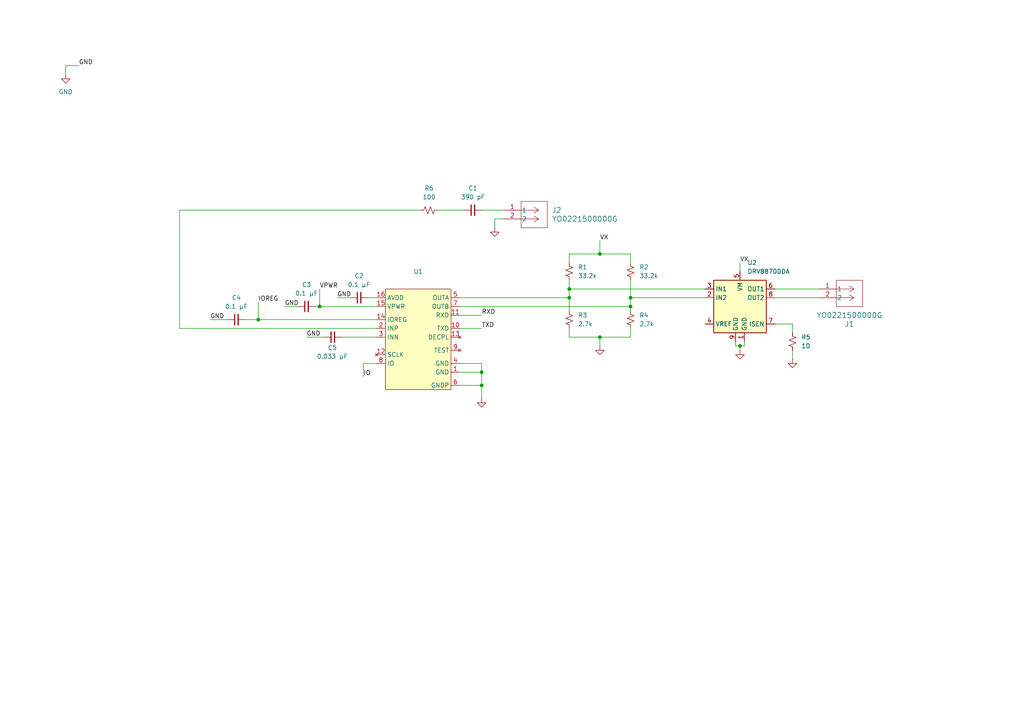
<source format=kicad_sch>
(kicad_sch (version 20250114) (generator "eeschema") (generator_version "9.0")
  (paper "A4")
  (lib_symbols
    (symbol "2026-01-23_14-54-26:YO0221500000G" (pin_names (offset 0.254))
      (property "Reference" "J" (at 8.89 6.35 0))
      (property "Value" "YO0221500000G" (at 0 0 0))
      (symbol "YO0221500000G_1_1"
        (polyline (pts (xy 5.08 2.54) (xy 5.08 -5.08)) (stroke (width 0.127)))
        (polyline (pts (xy 5.08 -5.08) (xy 12.7 -5.08)) (stroke (width 0.127)))
        (polyline (pts (xy 10.16 0) (xy 5.08 0)) (stroke (width 0.127)))
        (polyline (pts (xy 10.16 0) (xy 8.89 0.8467)) (stroke (width 0.127)))
        (polyline (pts (xy 10.16 0) (xy 8.89 -0.8467)) (stroke (width 0.127)))
        (polyline (pts (xy 10.16 -2.54) (xy 5.08 -2.54)) (stroke (width 0.127)))
        (polyline (pts (xy 10.16 -2.54) (xy 8.89 -1.6933)) (stroke (width 0.127)))
        (polyline (pts (xy 10.16 -2.54) (xy 8.89 -3.3867)) (stroke (width 0.127)))
        (polyline (pts (xy 12.7 2.54) (xy 5.08 2.54)) (stroke (width 0.127)))
        (polyline (pts (xy 12.7 -5.08) (xy 12.7 2.54)) (stroke (width 0.127)))
        (pin unspecified line (at 0 0 0) (length 5.08) (name "1") (number "1"))
        (pin unspecified line (at 0 -2.54 0) (length 5.08) (name "2") (number "2"))
      )
      (symbol "YO0221500000G_1_2"
        (polyline (pts (xy 5.08 2.54) (xy 5.08 -5.08)) (stroke (width 0.127)))
        (polyline (pts (xy 5.08 -5.08) (xy 12.7 -5.08)) (stroke (width 0.127)))
        (polyline (pts (xy 7.62 0) (xy 5.08 0)) (stroke (width 0.127)))
        (polyline (pts (xy 7.62 0) (xy 8.89 0.8467)) (stroke (width 0.127)))
        (polyline (pts (xy 7.62 0) (xy 8.89 -0.8467)) (stroke (width 0.127)))
        (polyline (pts (xy 7.62 -2.54) (xy 5.08 -2.54)) (stroke (width 0.127)))
        (polyline (pts (xy 7.62 -2.54) (xy 8.89 -1.6933)) (stroke (width 0.127)))
        (polyline (pts (xy 7.62 -2.54) (xy 8.89 -3.3867)) (stroke (width 0.127)))
        (polyline (pts (xy 12.7 2.54) (xy 5.08 2.54)) (stroke (width 0.127)))
        (polyline (pts (xy 12.7 -5.08) (xy 12.7 2.54)) (stroke (width 0.127)))
        (pin unspecified line (at 0 0 0) (length 5.08) (name "1") (number "1"))
        (pin unspecified line (at 0 -2.54 0) (length 5.08) (name "2") (number "2"))
      )
    )
    (symbol "Analog:PGA460"
      (property "Reference" "U1" (at -0.635 15.24 0))
      (symbol "PGA460_1_1"
        (rectangle (start -10.16 10.16) (end 8.89 -19.05) (fill (type color) (color 255 255 194 1)))
        (pin power_in line (at -12.7 7.62 0) (length 2.54) (name "AVDD") (number "16"))
        (pin power_in line (at -12.7 5.08 0) (length 2.54) (name "VPWR") (number "15"))
        (pin power_in line (at -12.7 1.27 0) (length 2.54) (name "IOREG") (number "14"))
        (pin input line (at -12.7 -1.27 0) (length 2.54) (name "INP") (number "2"))
        (pin input line (at -12.7 -3.81 0) (length 2.54) (name "INN") (number "3"))
        (pin no_connect line (at -12.7 -8.89 0) (length 2.54) (name "SCLK") (number "12"))
        (pin bidirectional line (at -12.7 -11.43 0) (length 2.54) (name "IO") (number "8"))
        (pin output line (at 11.43 7.62 180) (length 2.54) (name "OUTA") (number "5"))
        (pin output line (at 11.43 5.08 180) (length 2.54) (name "OUTB") (number "7"))
        (pin output line (at 11.43 2.54 180) (length 2.54) (name "RXD") (number "11"))
        (pin output line (at 11.43 -1.27 180) (length 2.54) (name "TXD") (number "10"))
        (pin no_connect line (at 11.43 -3.81 180) (length 2.54) (name "DECPL") (number "13"))
        (pin no_connect line (at 11.43 -7.62 180) (length 2.54) (name "TEST") (number "9"))
        (pin power_in line (at 11.43 -11.43 180) (length 2.54) (name "GND") (number "4"))
        (pin power_in line (at 11.43 -13.97 180) (length 2.54) (name "GND") (number "1"))
        (pin power_in line (at 11.43 -17.78 180) (length 2.54) (name "GNDP") (number "6"))
      )
    )
    (symbol "Device:C_Small" (pin_numbers (hide yes)) (pin_names (offset 0.254) (hide yes))
      (property "Reference" "C" (at 0.254 1.778 0))
      (property "Value" "C_Small" (at 0.254 -2.032 0))
      (symbol "C_Small_0_1"
        (polyline (pts (xy -1.524 0.508) (xy 1.524 0.508)) (stroke (width 0.3048)))
        (polyline (pts (xy -1.524 -0.508) (xy 1.524 -0.508)) (stroke (width 0.3302)))
      )
      (symbol "C_Small_1_1"
        (pin passive line (at 0 2.54 270) (length 2.032) (name "~") (number "1"))
        (pin passive line (at 0 -2.54 90) (length 2.032) (name "~") (number "2"))
      )
    )
    (symbol "Device:R_Small_US" (pin_numbers (hide yes)) (pin_names (offset 0.254) (hide yes))
      (property "Reference" "R" (at 0.762 0.508 0))
      (property "Value" "R_Small_US" (at 0.762 -1.016 0))
      (symbol "R_Small_US_1_1"
        (polyline (pts (xy 0 1.524) (xy 1.016 1.143) (xy 0 0.762) (xy -1.016 0.381) (xy 0 0)))
        (polyline (pts (xy 0 0) (xy 1.016 -0.381) (xy 0 -0.762) (xy -1.016 -1.143) (xy 0 -1.524)))
        (pin passive line (at 0 2.54 270) (length 1.016) (name "~") (number "1"))
        (pin passive line (at 0 -2.54 90) (length 1.016) (name "~") (number "2"))
      )
    )
    (symbol "Driver_Motor:DRV8870DDA"
      (property "Reference" "U2" (at 2.1433 12.7 0))
      (property "Value" "DRV8870DDA" (at 2.1433 10.16 0))
      (symbol "DRV8870DDA_0_1"
        (rectangle (start -7.62 7.62) (end 7.62 -7.62) (stroke (width 0.254)) (fill (type background)))
      )
      (symbol "DRV8870DDA_1_1"
        (pin input line (at -10.16 5.08 0) (length 2.54) (name "IN1") (number "3"))
        (pin input line (at -10.16 2.54 0) (length 2.54) (name "IN2") (number "2"))
        (pin input line (at -10.16 -5.08 0) (length 2.54) (name "VREF") (number "4"))
        (pin power_in line (at -1.27 -10.16 90) (length 2.54) (name "GND") (number "9"))
        (pin power_in line (at 0 10.16 270) (length 2.54) (name "VM") (number "5"))
        (pin power_in line (at 1.27 -10.16 90) (length 2.54) (name "GND") (number "1"))
        (pin output line (at 10.16 5.08 180) (length 2.54) (name "OUT1") (number "6"))
        (pin output line (at 10.16 2.54 180) (length 2.54) (name "OUT2") (number "8"))
        (pin passive line (at 10.16 -5.08 180) (length 2.54) (name "ISEN") (number "7"))
      )
    )
    (symbol "power:GND" (power) (pin_numbers (hide yes)) (pin_names (offset 0) (hide yes))
      (property "Value" "GND" (at 0 -3.81 0))
      (symbol "GND_0_1"
        (polyline (pts (xy 0 0) (xy 0 -1.27) (xy 1.27 -1.27) (xy 0 -2.54) (xy -1.27 -1.27) (xy 0 -1.27)))
      )
      (symbol "GND_1_1"
        (pin power_in line (at 0 0 270) (length 0) (name "~") (number "1"))
      )
    )
  )
  (junction (at 165.1 83.82))
  (junction (at 139.7 111.76))
  (junction (at 214.63 100.33))
  (junction (at 173.99 97.79))
  (junction (at 165.1 86.36))
  (junction (at 74.93 92.71))
  (junction (at 173.99 73.66))
  (junction (at 182.88 88.9))
  (junction (at 182.88 86.36))
  (junction (at 92.71 88.9))
  (junction (at 139.7 107.95))
  (wire (pts (xy 165.1 97.79) (xy 173.99 97.79)))
  (wire (pts (xy 165.1 95.25) (xy 165.1 97.79)))
  (wire (pts (xy 106.68 86.36) (xy 109.22 86.36)))
  (wire (pts (xy 165.1 76.2) (xy 165.1 73.66)))
  (wire (pts (xy 99.06 97.79) (xy 109.22 97.79)))
  (wire (pts (xy 127 60.96) (xy 134.62 60.96)))
  (wire (pts (xy 204.47 83.82) (xy 165.1 83.82)))
  (wire (pts (xy 133.35 95.25) (xy 139.7 95.25)))
  (wire (pts (xy 71.12 92.71) (xy 74.93 92.71)))
  (wire (pts (xy 105.41 105.41) (xy 105.41 109.22)))
  (wire (pts (xy 182.88 86.36) (xy 204.47 86.36)))
  (wire (pts (xy 133.35 107.95) (xy 139.7 107.95)))
  (wire (pts (xy 133.35 111.76) (xy 139.7 111.76)))
  (wire (pts (xy 139.7 105.41) (xy 139.7 107.95)))
  (wire (pts (xy 173.99 69.85) (xy 173.99 73.66)))
  (wire (pts (xy 214.63 100.33) (xy 215.9 100.33)))
  (wire (pts (xy 52.07 95.25) (xy 52.07 60.96)))
  (wire (pts (xy 133.35 88.9) (xy 182.88 88.9)))
  (wire (pts (xy 213.36 100.33) (xy 214.63 100.33)))
  (wire (pts (xy 88.9 97.79) (xy 93.98 97.79)))
  (wire (pts (xy 139.7 111.76) (xy 139.7 115.57)))
  (wire (pts (xy 91.44 88.9) (xy 92.71 88.9)))
  (wire (pts (xy 224.79 86.36) (xy 237.49 86.36)))
  (wire (pts (xy 52.07 60.96) (xy 121.92 60.96)))
  (wire (pts (xy 173.99 73.66) (xy 182.88 73.66)))
  (wire (pts (xy 92.71 88.9) (xy 109.22 88.9)))
  (wire (pts (xy 133.35 105.41) (xy 139.7 105.41)))
  (wire (pts (xy 229.87 101.6) (xy 229.87 104.14)))
  (wire (pts (xy 105.41 105.41) (xy 109.22 105.41)))
  (wire (pts (xy 165.1 73.66) (xy 173.99 73.66)))
  (wire (pts (xy 82.55 88.9) (xy 86.36 88.9)))
  (wire (pts (xy 139.7 60.96) (xy 146.05 60.96)))
  (wire (pts (xy 165.1 86.36) (xy 165.1 90.17)))
  (wire (pts (xy 214.63 100.33) (xy 214.63 101.6)))
  (wire (pts (xy 143.51 63.5) (xy 143.51 66.04)))
  (wire (pts (xy 173.99 97.79) (xy 182.88 97.79)))
  (wire (pts (xy 19.05 21.59) (xy 19.05 19.05)))
  (wire (pts (xy 224.79 83.82) (xy 237.49 83.82)))
  (wire (pts (xy 139.7 107.95) (xy 139.7 111.76)))
  (wire (pts (xy 92.71 83.82) (xy 92.71 88.9)))
  (wire (pts (xy 74.93 87.63) (xy 74.93 92.71)))
  (wire (pts (xy 109.22 95.25) (xy 52.07 95.25)))
  (wire (pts (xy 229.87 93.98) (xy 224.79 93.98)))
  (wire (pts (xy 182.88 97.79) (xy 182.88 95.25)))
  (wire (pts (xy 165.1 83.82) (xy 165.1 86.36)))
  (wire (pts (xy 182.88 81.28) (xy 182.88 86.36)))
  (wire (pts (xy 214.63 76.2) (xy 214.63 78.74)))
  (wire (pts (xy 74.93 92.71) (xy 109.22 92.71)))
  (wire (pts (xy 133.35 91.44) (xy 139.7 91.44)))
  (wire (pts (xy 146.05 63.5) (xy 143.51 63.5)))
  (wire (pts (xy 229.87 96.52) (xy 229.87 93.98)))
  (wire (pts (xy 165.1 81.28) (xy 165.1 83.82)))
  (wire (pts (xy 97.79 86.36) (xy 101.6 86.36)))
  (wire (pts (xy 182.88 88.9) (xy 182.88 90.17)))
  (wire (pts (xy 133.35 86.36) (xy 165.1 86.36)))
  (wire (pts (xy 182.88 86.36) (xy 182.88 88.9)))
  (wire (pts (xy 213.36 99.06) (xy 213.36 100.33)))
  (wire (pts (xy 60.96 92.71) (xy 66.04 92.71)))
  (wire (pts (xy 182.88 73.66) (xy 182.88 76.2)))
  (wire (pts (xy 173.99 100.33) (xy 173.99 97.79)))
  (wire (pts (xy 19.05 19.05) (xy 22.86 19.05)))
  (wire (pts (xy 215.9 99.06) (xy 215.9 100.33)))
  (label "GND" (at 88.9 97.79 0))
  (label "VX" (at 214.63 76.2 0))
  (label "VX" (at 173.99 69.85 0))
  (label "VPWR" (at 92.71 83.82 0))
  (label "RXD" (at 139.7 91.44 0))
  (label "GND" (at 60.96 92.71 0))
  (label "TXD" (at 139.7 95.25 0))
  (label "IO" (at 105.41 109.22 0))
  (label "IOREG" (at 74.93 87.63 0))
  (label "GND" (at 22.86 19.05 0))
  (label "GND" (at 97.79 86.36 0))
  (label "GND" (at 82.55 88.9 0))
  (symbol (lib_id "Device:R_Small_US") (at 182.88 78.74 0) (unit 1)
    (property "Reference" "R2" (at 185.42 77.4699 0) (effects (justify left)))
    (property "Value" "33.2k" (at 185.42 80.0099 0) (effects (justify left)))
    (property "Description" "Resistor, small US symbol" (effects (hide yes)))
  )
  (symbol (lib_id "Device:R_Small_US") (at 165.1 78.74 0) (unit 1)
    (property "Reference" "R1" (at 167.64 77.4699 0) (effects (justify left)))
    (property "Value" "33.2k" (at 167.64 80.0099 0) (effects (justify left)))
    (property "Description" "Resistor, small US symbol" (effects (hide yes)))
  )
  (symbol (lib_id "power:GND") (at 19.05 21.59 0) (unit 1)
    (property "Reference" "#PWR02" (effects (hide yes)))
    (property "Value" "GND" (at 19.05 26.67 0))
    (property "Description" "Power symbol creates a global label with name \"GND\" , ground" (effects (hide yes)))
  )
  (symbol (lib_id "power:GND") (at 229.87 104.14 0) (unit 1)
    (property "Reference" "#PWR06" (effects (hide yes)))
    (property "Value" "GND" (effects (hide yes)))
    (property "Description" "Power symbol creates a global label with name \"GND\" , ground" (effects (hide yes)))
  )
  (symbol (lib_id "Device:R_Small_US") (at 229.87 99.06 0) (unit 1)
    (property "Reference" "R5" (at 232.41 97.7899 0) (effects (justify left)))
    (property "Value" "10" (at 232.41 100.3299 0) (effects (justify left)))
    (property "Description" "Resistor, small US symbol" (effects (hide yes)))
  )
  (symbol (lib_id "Device:C_Small") (at 104.14 86.36 90) (unit 1)
    (property "Reference" "C2" (at 104.1463 80.01 90))
    (property "Value" "0.1 µF" (at 104.1463 82.55 90))
    (property "Description" "Unpolarized capacitor, small symbol" (effects (hide yes)))
  )
  (symbol (lib_id "Device:R_Small_US") (at 165.1 92.71 0) (unit 1)
    (property "Reference" "R3" (at 167.64 91.4399 0) (effects (justify left)))
    (property "Value" "2.7k" (at 167.64 93.9799 0) (effects (justify left)))
    (property "Description" "Resistor, small US symbol" (effects (hide yes)))
  )
  (symbol (lib_id "2026-01-23_14-54-26:YO0221500000G") (at 146.05 60.96 0) (unit 1)
    (property "Reference" "J2" (at 160.02 60.9599 0) (effects (font (size 1.524 1.524)) (justify left)))
    (property "Value" "YO0221500000G" (at 160.02 63.4999 0) (effects (font (size 1.524 1.524)) (justify left)))
    (property "Footprint" "footprints:CONN_YO0221500000G_AMP" (effects (hide yes)))
    (property "Datasheet" "YO0221500000G" (effects (hide yes)))
  )
  (symbol (lib_id "Analog:PGA460") (at 121.92 93.98 0) (unit 1)
    (property "Reference" "U1" (at 121.285 78.74 0))
  )
  (symbol (lib_id "Device:C_Small") (at 88.9 88.9 90) (unit 1)
    (property "Reference" "C3" (at 88.9063 82.55 90))
    (property "Value" "0.1 µF" (at 88.9063 85.09 90))
    (property "Description" "Unpolarized capacitor, small symbol" (effects (hide yes)))
  )
  (symbol (lib_id "Device:C_Small") (at 96.52 97.79 90) (unit 1)
    (property "Reference" "C5" (at 96.393 100.838 90))
    (property "Value" "0.033 µF" (at 96.393 103.378 90))
    (property "Description" "Unpolarized capacitor, small symbol" (effects (hide yes)))
  )
  (symbol (lib_id "power:GND") (at 143.51 66.04 0) (unit 1)
    (property "Reference" "#PWR07" (effects (hide yes)))
    (property "Value" "GND" (effects (hide yes)))
    (property "Description" "Power symbol creates a global label with name \"GND\" , ground" (effects (hide yes)))
  )
  (symbol (lib_id "Device:C_Small") (at 68.58 92.71 90) (unit 1)
    (property "Reference" "C4" (at 68.5863 86.36 90))
    (property "Value" "0.1 µF" (at 68.5863 88.9 90))
    (property "Description" "Unpolarized capacitor, small symbol" (effects (hide yes)))
  )
  (symbol (lib_id "Device:R_Small_US") (at 182.88 92.71 0) (unit 1)
    (property "Reference" "R4" (at 185.42 91.4399 0) (effects (justify left)))
    (property "Value" "2.7k" (at 185.42 93.9799 0) (effects (justify left)))
    (property "Description" "Resistor, small US symbol" (effects (hide yes)))
  )
  (symbol (lib_id "power:GND") (at 214.63 101.6 0) (unit 1)
    (property "Reference" "#PWR05" (effects (hide yes)))
    (property "Value" "GND" (effects (hide yes)))
    (property "Description" "Power symbol creates a global label with name \"GND\" , ground" (effects (hide yes)))
  )
  (symbol (lib_id "2026-01-23_14-54-26:YO0221500000G") (at 237.49 83.82 0) (unit 1)
    (property "Reference" "J1" (at 246.38 93.98 0) (effects (font (size 1.524 1.524))))
    (property "Value" "YO0221500000G" (at 246.38 91.44 0) (effects (font (size 1.524 1.524))))
    (property "Footprint" "footprints:CONN_YO0221500000G_AMP" (effects (hide yes)))
    (property "Datasheet" "YO0221500000G" (effects (hide yes)))
  )
  (symbol (lib_id "Driver_Motor:DRV8870DDA") (at 214.63 88.9 0) (unit 1)
    (property "Reference" "U2" (at 216.7733 76.2 0) (effects (justify left)))
    (property "Value" "DRV8870DDA" (at 216.7733 78.74 0) (effects (justify left)))
    (property "Footprint" "Package_SO:Texas_HTSOP-8-1EP_3.9x4.9mm_P1.27mm_EP2.95x4.9mm_Mask2.4x3.1mm_ThermalVias" (effects (hide yes)))
    (property "Datasheet" "http://www.ti.com/lit/ds/symlink/drv8870.pdf" (effects (hide yes)))
    (property "Description" "Brushed DC Motor Driver, PWM Control, 45V, 3.6A, Dynamic current limiting, HTSOP-8" (effects (hide yes)))
  )
  (symbol (lib_id "power:GND") (at 139.7 115.57 0) (unit 1)
    (property "Reference" "#PWR03" (effects (hide yes)))
    (property "Value" "GND" (effects (hide yes)))
    (property "Description" "Power symbol creates a global label with name \"GND\" , ground" (effects (hide yes)))
  )
  (symbol (lib_id "Device:C_Small") (at 137.16 60.96 90) (unit 1)
    (property "Reference" "C1" (at 137.1663 54.61 90))
    (property "Value" "390 pF" (at 137.1663 57.15 90))
    (property "Description" "Unpolarized capacitor, small symbol" (effects (hide yes)))
  )
  (symbol (lib_id "Device:R_Small_US") (at 124.46 60.96 90) (unit 1)
    (property "Reference" "R6" (at 124.46 54.61 90))
    (property "Value" "100" (at 124.46 57.15 90))
    (property "Description" "Resistor, small US symbol" (effects (hide yes)))
  )
  (symbol (lib_id "power:GND") (at 173.99 100.33 0) (unit 1)
    (property "Reference" "#PWR04" (effects (hide yes)))
    (property "Value" "GND" (effects (hide yes)))
    (property "Description" "Power symbol creates a global label with name \"GND\" , ground" (effects (hide yes)))
  )
)
</source>
